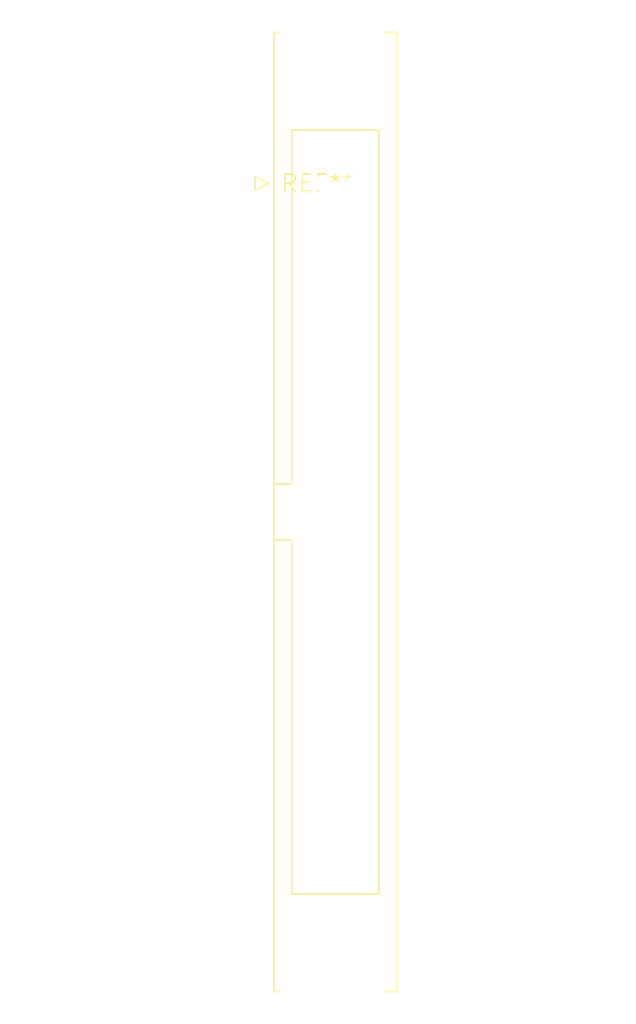
<source format=kicad_pcb>
(kicad_pcb (version 20240108) (generator pcbnew)
  (layers (0 "F.Cu" signal) (31 "B.Cu" signal) (34 "B.Paste" user) (35 "F.Paste" user) (36 "B.SilkS" user "B.Silkscreen") (37 "F.SilkS" user "F.Silkscreen") (38 "B.Mask" user) (39 "F.Mask" user) (44 "Edge.Cuts" user))
  (net 0 "")
  (footprint "IDC-Header_2x20-1MP_P2.54mm_Latch_Vertical" (layer "F.Cu") (at 0 0)
    (property "Reference" "REF**")
    (property "Value" "IDC-Header_2x20-1MP_P2.54mm_Latch_Vertical")
    (fp_line (start -4.63 -0.5) (end -4.63 0.5) (layer "F.SilkS") (stroke (width 0.12)))
    (fp_line (start -4.63 0.5) (end -3.63 0) (layer "F.SilkS") (stroke (width 0.12)))
    (fp_line (start -3.63 0) (end -4.63 -0.5) (layer "F.SilkS") (stroke (width 0.12)))
    (fp_line (start -3.24 -11.08) (end -3.24 59.34) (layer "F.SilkS") (stroke (width 0.12)))
    (fp_line (start -3.24 22.08) (end -1.93 22.08) (layer "F.SilkS") (stroke (width 0.12)))
    (fp_line (start -3.24 59.34) (end -2.87 59.34) (layer "F.SilkS") (stroke (width 0.12)))
    (fp_line (start -2.87 -11.08) (end -3.24 -11.08) (layer "F.SilkS") (stroke (width 0.12)))
    (fp_line (start -1.93 -3.92) (end 4.47 -3.92) (layer "F.SilkS") (stroke (width 0.12)))
    (fp_line (start -1.93 22.08) (end -1.93 -3.92) (layer "F.SilkS") (stroke (width 0.12)))
    (fp_line (start -1.93 26.18) (end -3.24 26.18) (layer "F.SilkS") (stroke (width 0.12)))
    (fp_line (start -1.93 26.18) (end -1.93 26.18) (layer "F.SilkS") (stroke (width 0.12)))
    (fp_line (start -1.93 52.18) (end -1.93 26.18) (layer "F.SilkS") (stroke (width 0.12)))
    (fp_line (start 4.47 -3.92) (end 4.47 52.18) (layer "F.SilkS") (stroke (width 0.12)))
    (fp_line (start 4.47 52.18) (end -1.93 52.18) (layer "F.SilkS") (stroke (width 0.12)))
    (fp_line (start 4.91 -11.08) (end 5.78 -11.08) (layer "F.SilkS") (stroke (width 0.12)))
    (fp_line (start 5.78 -11.08) (end 5.78 59.34) (layer "F.SilkS") (stroke (width 0.12)))
    (fp_line (start 5.78 59.34) (end 4.91 59.34) (layer "F.SilkS") (stroke (width 0.12)))
    (pad "1" thru_hole roundrect (at 0 0) (size 1.7 1.7) (drill 1) (layers *.Cu *.Mask) (remove_unused_layers) (roundrect_rratio 0.147059))
    (pad "2" thru_hole circle (at 2.54 0) (size 1.7 1.7) (drill 1) (layers *.Cu *.Mask) (remove_unused_layers))
    (pad "3" thru_hole circle (at 0 2.54) (size 1.7 1.7) (drill 1) (layers *.Cu *.Mask) (remove_unused_layers))
    (pad "4" thru_hole circle (at 2.54 2.54) (size 1.7 1.7) (drill 1) (layers *.Cu *.Mask) (remove_unused_layers))
    (pad "5" thru_hole circle (at 0 5.08) (size 1.7 1.7) (drill 1) (layers *.Cu *.Mask) (remove_unused_layers))
    (pad "6" thru_hole circle (at 2.54 5.08) (size 1.7 1.7) (drill 1) (layers *.Cu *.Mask) (remove_unused_layers))
    (pad "7" thru_hole circle (at 0 7.62) (size 1.7 1.7) (drill 1) (layers *.Cu *.Mask) (remove_unused_layers))
    (pad "8" thru_hole circle (at 2.54 7.62) (size 1.7 1.7) (drill 1) (layers *.Cu *.Mask) (remove_unused_layers))
    (pad "9" thru_hole circle (at 0 10.16) (size 1.7 1.7) (drill 1) (layers *.Cu *.Mask) (remove_unused_layers))
    (pad "10" thru_hole circle (at 2.54 10.16) (size 1.7 1.7) (drill 1) (layers *.Cu *.Mask) (remove_unused_layers))
    (pad "11" thru_hole circle (at 0 12.7) (size 1.7 1.7) (drill 1) (layers *.Cu *.Mask) (remove_unused_layers))
    (pad "12" thru_hole circle (at 2.54 12.7) (size 1.7 1.7) (drill 1) (layers *.Cu *.Mask) (remove_unused_layers))
    (pad "13" thru_hole circle (at 0 15.24) (size 1.7 1.7) (drill 1) (layers *.Cu *.Mask) (remove_unused_layers))
    (pad "14" thru_hole circle (at 2.54 15.24) (size 1.7 1.7) (drill 1) (layers *.Cu *.Mask) (remove_unused_layers))
    (pad "15" thru_hole circle (at 0 17.78) (size 1.7 1.7) (drill 1) (layers *.Cu *.Mask) (remove_unused_layers))
    (pad "16" thru_hole circle (at 2.54 17.78) (size 1.7 1.7) (drill 1) (layers *.Cu *.Mask) (remove_unused_layers))
    (pad "17" thru_hole circle (at 0 20.32) (size 1.7 1.7) (drill 1) (layers *.Cu *.Mask) (remove_unused_layers))
    (pad "18" thru_hole circle (at 2.54 20.32) (size 1.7 1.7) (drill 1) (layers *.Cu *.Mask) (remove_unused_layers))
    (pad "19" thru_hole circle (at 0 22.86) (size 1.7 1.7) (drill 1) (layers *.Cu *.Mask) (remove_unused_layers))
    (pad "20" thru_hole circle (at 2.54 22.86) (size 1.7 1.7) (drill 1) (layers *.Cu *.Mask) (remove_unused_layers))
    (pad "21" thru_hole circle (at 0 25.4) (size 1.7 1.7) (drill 1) (layers *.Cu *.Mask) (remove_unused_layers))
    (pad "22" thru_hole circle (at 2.54 25.4) (size 1.7 1.7) (drill 1) (layers *.Cu *.Mask) (remove_unused_layers))
    (pad "23" thru_hole circle (at 0 27.94) (size 1.7 1.7) (drill 1) (layers *.Cu *.Mask) (remove_unused_layers))
    (pad "24" thru_hole circle (at 2.54 27.94) (size 1.7 1.7) (drill 1) (layers *.Cu *.Mask) (remove_unused_layers))
    (pad "25" thru_hole circle (at 0 30.48) (size 1.7 1.7) (drill 1) (layers *.Cu *.Mask) (remove_unused_layers))
    (pad "26" thru_hole circle (at 2.54 30.48) (size 1.7 1.7) (drill 1) (layers *.Cu *.Mask) (remove_unused_layers))
    (pad "27" thru_hole circle (at 0 33.02) (size 1.7 1.7) (drill 1) (layers *.Cu *.Mask) (remove_unused_layers))
    (pad "28" thru_hole circle (at 2.54 33.02) (size 1.7 1.7) (drill 1) (layers *.Cu *.Mask) (remove_unused_layers))
    (pad "29" thru_hole circle (at 0 35.56) (size 1.7 1.7) (drill 1) (layers *.Cu *.Mask) (remove_unused_layers))
    (pad "30" thru_hole circle (at 2.54 35.56) (size 1.7 1.7) (drill 1) (layers *.Cu *.Mask) (remove_unused_layers))
    (pad "31" thru_hole circle (at 0 38.1) (size 1.7 1.7) (drill 1) (layers *.Cu *.Mask) (remove_unused_layers))
    (pad "32" thru_hole circle (at 2.54 38.1) (size 1.7 1.7) (drill 1) (layers *.Cu *.Mask) (remove_unused_layers))
    (pad "33" thru_hole circle (at 0 40.64) (size 1.7 1.7) (drill 1) (layers *.Cu *.Mask) (remove_unused_layers))
    (pad "34" thru_hole circle (at 2.54 40.64) (size 1.7 1.7) (drill 1) (layers *.Cu *.Mask) (remove_unused_layers))
    (pad "35" thru_hole circle (at 0 43.18) (size 1.7 1.7) (drill 1) (layers *.Cu *.Mask) (remove_unused_layers))
    (pad "36" thru_hole circle (at 2.54 43.18) (size 1.7 1.7) (drill 1) (layers *.Cu *.Mask) (remove_unused_layers))
    (pad "37" thru_hole circle (at 0 45.72) (size 1.7 1.7) (drill 1) (layers *.Cu *.Mask) (remove_unused_layers))
    (pad "38" thru_hole circle (at 2.54 45.72) (size 1.7 1.7) (drill 1) (layers *.Cu *.Mask) (remove_unused_layers))
    (pad "39" thru_hole circle (at 0 48.26) (size 1.7 1.7) (drill 1) (layers *.Cu *.Mask) (remove_unused_layers))
    (pad "40" thru_hole circle (at 2.54 48.26) (size 1.7 1.7) (drill 1) (layers *.Cu *.Mask) (remove_unused_layers))
    (pad "MP" thru_hole circle (at 1.02 -8.94) (size 8 8) (drill 2.69) (layers *.Cu *.Mask) (remove_unused_layers))
    (pad "MP" thru_hole circle (at 1.02 57.2) (size 8 8) (drill 2.69) (layers *.Cu *.Mask) (remove_unused_layers))
  )
)
</source>
